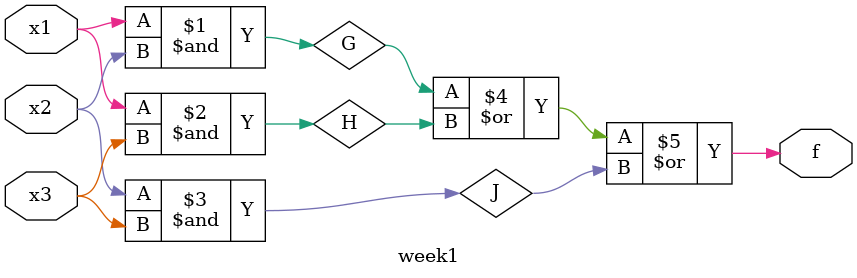
<source format=v>
module week1(x1, x2, x3, f);
input x1, x2, x3;
output f;
wire G, H, J;
assign G = x1 & x2;
assign H = x1 & x3;
assign J = x2 & x3;
assign f = G| H | J;
endmodule
</source>
